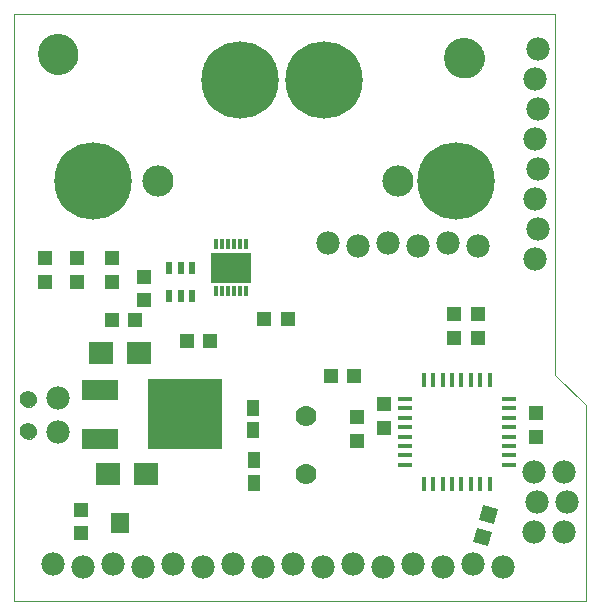
<source format=gts>
G75*
G70*
%OFA0B0*%
%FSLAX24Y24*%
%IPPOS*%
%LPD*%
%AMOC8*
5,1,8,0,0,1.08239X$1,22.5*
%
%ADD10C,0.0000*%
%ADD11C,0.0552*%
%ADD12R,0.0178X0.0512*%
%ADD13R,0.0512X0.0178*%
%ADD14C,0.0700*%
%ADD15R,0.0434X0.0552*%
%ADD16R,0.0512X0.0512*%
%ADD17R,0.0197X0.0434*%
%ADD18C,0.1040*%
%ADD19R,0.1339X0.1024*%
%ADD20R,0.0138X0.0335*%
%ADD21R,0.2481X0.2323*%
%ADD22R,0.1221X0.0670*%
%ADD23C,0.0780*%
%ADD24R,0.0631X0.0670*%
%ADD25R,0.0512X0.0512*%
%ADD26R,0.0827X0.0749*%
%ADD27C,0.2580*%
%ADD28C,0.1340*%
D10*
X002631Y002862D02*
X002631Y022429D01*
X020662Y022429D01*
X020662Y010421D01*
X021686Y009398D01*
X021686Y002862D01*
X002631Y002862D01*
X002847Y008532D02*
X002849Y008563D01*
X002855Y008594D01*
X002864Y008624D01*
X002877Y008653D01*
X002894Y008680D01*
X002914Y008704D01*
X002936Y008726D01*
X002962Y008745D01*
X002989Y008761D01*
X003018Y008773D01*
X003048Y008782D01*
X003079Y008787D01*
X003111Y008788D01*
X003142Y008785D01*
X003173Y008778D01*
X003203Y008768D01*
X003231Y008754D01*
X003257Y008736D01*
X003281Y008716D01*
X003302Y008692D01*
X003321Y008667D01*
X003336Y008639D01*
X003347Y008610D01*
X003355Y008579D01*
X003359Y008548D01*
X003359Y008516D01*
X003355Y008485D01*
X003347Y008454D01*
X003336Y008425D01*
X003321Y008397D01*
X003302Y008372D01*
X003281Y008348D01*
X003257Y008328D01*
X003231Y008310D01*
X003203Y008296D01*
X003173Y008286D01*
X003142Y008279D01*
X003111Y008276D01*
X003079Y008277D01*
X003048Y008282D01*
X003018Y008291D01*
X002989Y008303D01*
X002962Y008319D01*
X002936Y008338D01*
X002914Y008360D01*
X002894Y008384D01*
X002877Y008411D01*
X002864Y008440D01*
X002855Y008470D01*
X002849Y008501D01*
X002847Y008532D01*
X002847Y009595D02*
X002849Y009626D01*
X002855Y009657D01*
X002864Y009687D01*
X002877Y009716D01*
X002894Y009743D01*
X002914Y009767D01*
X002936Y009789D01*
X002962Y009808D01*
X002989Y009824D01*
X003018Y009836D01*
X003048Y009845D01*
X003079Y009850D01*
X003111Y009851D01*
X003142Y009848D01*
X003173Y009841D01*
X003203Y009831D01*
X003231Y009817D01*
X003257Y009799D01*
X003281Y009779D01*
X003302Y009755D01*
X003321Y009730D01*
X003336Y009702D01*
X003347Y009673D01*
X003355Y009642D01*
X003359Y009611D01*
X003359Y009579D01*
X003355Y009548D01*
X003347Y009517D01*
X003336Y009488D01*
X003321Y009460D01*
X003302Y009435D01*
X003281Y009411D01*
X003257Y009391D01*
X003231Y009373D01*
X003203Y009359D01*
X003173Y009349D01*
X003142Y009342D01*
X003111Y009339D01*
X003079Y009340D01*
X003048Y009345D01*
X003018Y009354D01*
X002989Y009366D01*
X002962Y009382D01*
X002936Y009401D01*
X002914Y009423D01*
X002894Y009447D01*
X002877Y009474D01*
X002864Y009503D01*
X002855Y009533D01*
X002849Y009564D01*
X002847Y009595D01*
X003437Y021091D02*
X003439Y021141D01*
X003445Y021191D01*
X003455Y021241D01*
X003468Y021289D01*
X003485Y021337D01*
X003506Y021383D01*
X003530Y021427D01*
X003558Y021469D01*
X003589Y021509D01*
X003623Y021546D01*
X003660Y021581D01*
X003699Y021612D01*
X003740Y021641D01*
X003784Y021666D01*
X003830Y021688D01*
X003877Y021706D01*
X003925Y021720D01*
X003974Y021731D01*
X004024Y021738D01*
X004074Y021741D01*
X004125Y021740D01*
X004175Y021735D01*
X004225Y021726D01*
X004273Y021714D01*
X004321Y021697D01*
X004367Y021677D01*
X004412Y021654D01*
X004455Y021627D01*
X004495Y021597D01*
X004533Y021564D01*
X004568Y021528D01*
X004601Y021489D01*
X004630Y021448D01*
X004656Y021405D01*
X004679Y021360D01*
X004698Y021313D01*
X004713Y021265D01*
X004725Y021216D01*
X004733Y021166D01*
X004737Y021116D01*
X004737Y021066D01*
X004733Y021016D01*
X004725Y020966D01*
X004713Y020917D01*
X004698Y020869D01*
X004679Y020822D01*
X004656Y020777D01*
X004630Y020734D01*
X004601Y020693D01*
X004568Y020654D01*
X004533Y020618D01*
X004495Y020585D01*
X004455Y020555D01*
X004412Y020528D01*
X004367Y020505D01*
X004321Y020485D01*
X004273Y020468D01*
X004225Y020456D01*
X004175Y020447D01*
X004125Y020442D01*
X004074Y020441D01*
X004024Y020444D01*
X003974Y020451D01*
X003925Y020462D01*
X003877Y020476D01*
X003830Y020494D01*
X003784Y020516D01*
X003740Y020541D01*
X003699Y020570D01*
X003660Y020601D01*
X003623Y020636D01*
X003589Y020673D01*
X003558Y020713D01*
X003530Y020755D01*
X003506Y020799D01*
X003485Y020845D01*
X003468Y020893D01*
X003455Y020941D01*
X003445Y020991D01*
X003439Y021041D01*
X003437Y021091D01*
X016981Y020973D02*
X016983Y021023D01*
X016989Y021073D01*
X016999Y021123D01*
X017012Y021171D01*
X017029Y021219D01*
X017050Y021265D01*
X017074Y021309D01*
X017102Y021351D01*
X017133Y021391D01*
X017167Y021428D01*
X017204Y021463D01*
X017243Y021494D01*
X017284Y021523D01*
X017328Y021548D01*
X017374Y021570D01*
X017421Y021588D01*
X017469Y021602D01*
X017518Y021613D01*
X017568Y021620D01*
X017618Y021623D01*
X017669Y021622D01*
X017719Y021617D01*
X017769Y021608D01*
X017817Y021596D01*
X017865Y021579D01*
X017911Y021559D01*
X017956Y021536D01*
X017999Y021509D01*
X018039Y021479D01*
X018077Y021446D01*
X018112Y021410D01*
X018145Y021371D01*
X018174Y021330D01*
X018200Y021287D01*
X018223Y021242D01*
X018242Y021195D01*
X018257Y021147D01*
X018269Y021098D01*
X018277Y021048D01*
X018281Y020998D01*
X018281Y020948D01*
X018277Y020898D01*
X018269Y020848D01*
X018257Y020799D01*
X018242Y020751D01*
X018223Y020704D01*
X018200Y020659D01*
X018174Y020616D01*
X018145Y020575D01*
X018112Y020536D01*
X018077Y020500D01*
X018039Y020467D01*
X017999Y020437D01*
X017956Y020410D01*
X017911Y020387D01*
X017865Y020367D01*
X017817Y020350D01*
X017769Y020338D01*
X017719Y020329D01*
X017669Y020324D01*
X017618Y020323D01*
X017568Y020326D01*
X017518Y020333D01*
X017469Y020344D01*
X017421Y020358D01*
X017374Y020376D01*
X017328Y020398D01*
X017284Y020423D01*
X017243Y020452D01*
X017204Y020483D01*
X017167Y020518D01*
X017133Y020555D01*
X017102Y020595D01*
X017074Y020637D01*
X017050Y020681D01*
X017029Y020727D01*
X017012Y020775D01*
X016999Y020823D01*
X016989Y020873D01*
X016983Y020923D01*
X016981Y020973D01*
D11*
X003103Y009595D03*
X003103Y008532D03*
D12*
X016276Y010244D03*
X016591Y010244D03*
X016906Y010244D03*
X017221Y010244D03*
X017536Y010244D03*
X017851Y010244D03*
X018166Y010244D03*
X018481Y010244D03*
X018481Y006780D03*
X018166Y006780D03*
X017851Y006780D03*
X017536Y006780D03*
X017221Y006780D03*
X016906Y006780D03*
X016591Y006780D03*
X016276Y006780D03*
D13*
X015646Y007410D03*
X015646Y007725D03*
X015646Y008040D03*
X015646Y008354D03*
X015646Y008669D03*
X015646Y008984D03*
X015646Y009299D03*
X015646Y009614D03*
X019111Y009614D03*
X019111Y009299D03*
X019111Y008984D03*
X019111Y008669D03*
X019111Y008354D03*
X019111Y008040D03*
X019111Y007725D03*
X019111Y007410D03*
D14*
X012363Y007110D03*
X012363Y009032D03*
D15*
X010599Y009311D03*
X010599Y008563D03*
X010607Y007559D03*
X010607Y006811D03*
D16*
X014040Y008217D03*
X014040Y009004D03*
X014946Y008654D03*
X014946Y009441D03*
X013969Y010382D03*
X013182Y010382D03*
X011745Y012264D03*
X010957Y012264D03*
X009166Y011524D03*
X008379Y011524D03*
X006662Y012240D03*
X006969Y012890D03*
X006969Y013677D03*
X005875Y013508D03*
X005875Y014295D03*
X004733Y014299D03*
X004733Y013512D03*
X003670Y013516D03*
X003670Y014303D03*
X005875Y012240D03*
X004856Y005915D03*
X004856Y005128D03*
X017300Y011646D03*
X018079Y011642D03*
X018079Y012429D03*
X017300Y012433D03*
X020024Y009130D03*
X020024Y008343D03*
D17*
X008552Y013028D03*
X008178Y013028D03*
X007804Y013028D03*
X007804Y013973D03*
X008178Y013973D03*
X008552Y013973D03*
D18*
X007434Y016878D03*
X015426Y016878D03*
D19*
X009859Y013980D03*
D20*
X009957Y013201D03*
X009760Y013201D03*
X009564Y013201D03*
X009367Y013201D03*
X010154Y013201D03*
X010351Y013201D03*
X010351Y014760D03*
X010154Y014760D03*
X009957Y014760D03*
X009760Y014760D03*
X009564Y014760D03*
X009367Y014760D03*
D21*
X008328Y009090D03*
D22*
X005494Y009917D03*
X005494Y008263D03*
D23*
X004077Y008507D03*
X004077Y009647D03*
X003929Y004115D03*
X004929Y004015D03*
X005929Y004115D03*
X006929Y004015D03*
X007929Y004115D03*
X008929Y004015D03*
X009929Y004115D03*
X010929Y004015D03*
X011926Y004115D03*
X012926Y004015D03*
X013926Y004115D03*
X014926Y004015D03*
X015926Y004115D03*
X016926Y004015D03*
X017926Y004115D03*
X018926Y004015D03*
X019962Y005185D03*
X020966Y005185D03*
X021066Y006185D03*
X020966Y007185D03*
X020062Y006185D03*
X019962Y007185D03*
X019982Y014288D03*
X020082Y015288D03*
X019982Y016288D03*
X020082Y017288D03*
X019982Y018288D03*
X020082Y019288D03*
X019982Y020288D03*
X020082Y021288D03*
X018103Y014702D03*
X017103Y014802D03*
X016103Y014702D03*
X015103Y014802D03*
X014103Y014702D03*
X013103Y014802D03*
D24*
X006155Y005482D03*
D25*
G36*
X018546Y005185D02*
X018414Y004691D01*
X017920Y004823D01*
X018052Y005317D01*
X018546Y005185D01*
G37*
G36*
X018750Y005946D02*
X018618Y005452D01*
X018124Y005584D01*
X018256Y006078D01*
X018750Y005946D01*
G37*
D26*
X007010Y007116D03*
X005750Y007116D03*
X005512Y011151D03*
X006772Y011151D03*
D27*
X005268Y016878D03*
X010150Y020225D03*
X012946Y020225D03*
X017355Y016878D03*
D28*
X017631Y020973D03*
X004087Y021091D03*
M02*

</source>
